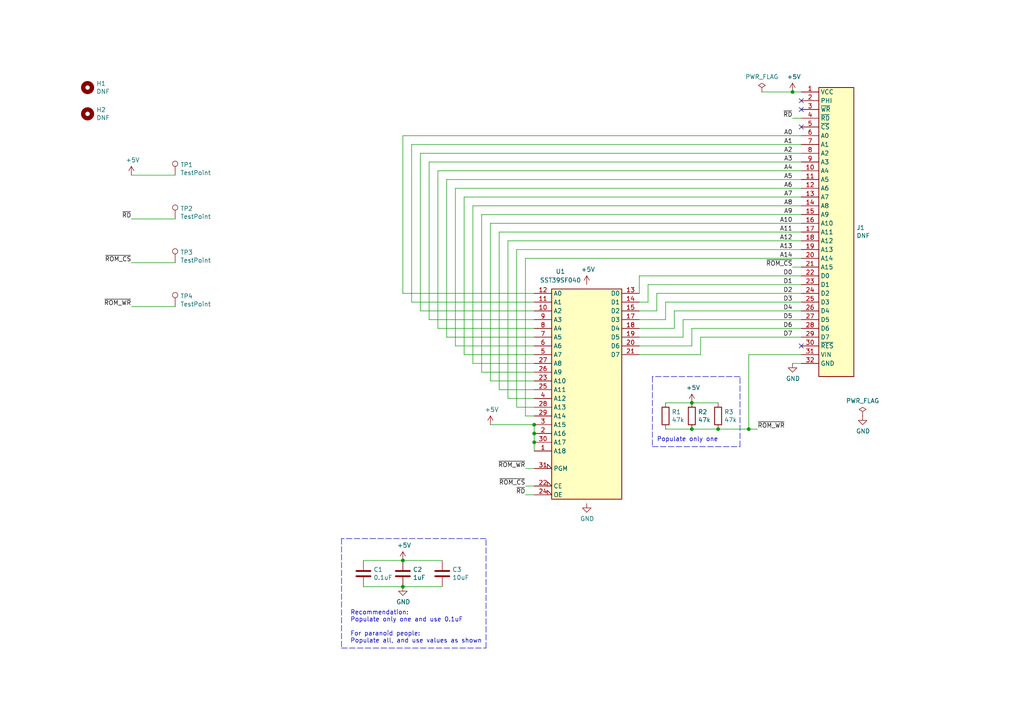
<source format=kicad_sch>
(kicad_sch (version 20211123) (generator eeschema)
  (paper "A4")
  (title_block (title "GB-CART32K-A") (rev "v1.1") (company "https://gekkio.fi"))
  (lib_symbols
    (symbol "Connector:TestPoint" (pin_numbers hide) (pin_names (offset 0.762) hide)
      (property "Reference" "TP" (at 0 6.858 0))
      (property "Value" "TestPoint" (at 0 5.08 0))
      (symbol "TestPoint_0_1"
        (circle (center 0 3.302) (radius 0.762))
      )
      (symbol "TestPoint_1_1"
        (pin passive line (at 0 0 90) (length 2.54) (name "1") (number "1"))
      )
    )
    (symbol "Device:C" (pin_numbers hide) (pin_names (offset 0.254))
      (property "Reference" "C" (at 0.635 2.54 0))
      (property "Value" "C" (at 0.635 -2.54 0))
      (symbol "C_0_1"
        (polyline (pts (xy -2.032 -0.762) (xy 2.032 -0.762)) (stroke (width 0.508)))
        (polyline (pts (xy -2.032 0.762) (xy 2.032 0.762)) (stroke (width 0.508)))
      )
      (symbol "C_1_1"
        (pin passive line (at 0 3.81 270) (length 2.794) (name "~") (number "1"))
        (pin passive line (at 0 -3.81 90) (length 2.794) (name "~") (number "2"))
      )
    )
    (symbol "Device:R" (pin_numbers hide) (pin_names (offset 0))
      (property "Reference" "R" (at 2.032 0 90))
      (property "Value" "R" (at 0 0 90))
      (symbol "R_0_1"
        (rectangle (start -1.016 -2.54) (end 1.016 2.54) (stroke (width 0.254)))
      )
      (symbol "R_1_1"
        (pin passive line (at 0 3.81 270) (length 1.27) (name "~") (number "1"))
        (pin passive line (at 0 -3.81 90) (length 1.27) (name "~") (number "2"))
      )
    )
    (symbol "Gekkio_Connector_Specialized:GameBoy_Cartridge"
      (property "Reference" "J" (at -2.54 43.18 0))
      (property "Value" "GameBoy_Cartridge" (at -2.54 -43.18 0))
      (symbol "GameBoy_Cartridge_0_1"
        (rectangle (start -5.08 41.91) (end 5.08 -41.91) (stroke (width 0.254)) (fill (type background)))
      )
      (symbol "GameBoy_Cartridge_1_1"
        (pin passive line (at -10.16 40.64 0) (length 5.08) (name "VCC") (number "1"))
        (pin passive line (at -10.16 17.78 0) (length 5.08) (name "A4") (number "10"))
        (pin passive line (at -10.16 15.24 0) (length 5.08) (name "A5") (number "11"))
        (pin passive line (at -10.16 12.7 0) (length 5.08) (name "A6") (number "12"))
        (pin passive line (at -10.16 10.16 0) (length 5.08) (name "A7") (number "13"))
        (pin passive line (at -10.16 7.62 0) (length 5.08) (name "A8") (number "14"))
        (pin passive line (at -10.16 5.08 0) (length 5.08) (name "A9") (number "15"))
        (pin passive line (at -10.16 2.54 0) (length 5.08) (name "A10") (number "16"))
        (pin passive line (at -10.16 0 0) (length 5.08) (name "A11") (number "17"))
        (pin passive line (at -10.16 -2.54 0) (length 5.08) (name "A12") (number "18"))
        (pin passive line (at -10.16 -5.08 0) (length 5.08) (name "A13") (number "19"))
        (pin passive line (at -10.16 38.1 0) (length 5.08) (name "PHI") (number "2"))
        (pin passive line (at -10.16 -7.62 0) (length 5.08) (name "A14") (number "20"))
        (pin passive line (at -10.16 -10.16 0) (length 5.08) (name "A15") (number "21"))
        (pin passive line (at -10.16 -12.7 0) (length 5.08) (name "D0") (number "22"))
        (pin passive line (at -10.16 -15.24 0) (length 5.08) (name "D1") (number "23"))
        (pin passive line (at -10.16 -17.78 0) (length 5.08) (name "D2") (number "24"))
        (pin passive line (at -10.16 -20.32 0) (length 5.08) (name "D3") (number "25"))
        (pin passive line (at -10.16 -22.86 0) (length 5.08) (name "D4") (number "26"))
        (pin passive line (at -10.16 -25.4 0) (length 5.08) (name "D5") (number "27"))
        (pin passive line (at -10.16 -27.94 0) (length 5.08) (name "D6") (number "28"))
        (pin passive line (at -10.16 -30.48 0) (length 5.08) (name "D7") (number "29"))
        (pin passive line (at -10.16 35.56 0) (length 5.08) (name "~{WR}") (number "3"))
        (pin passive line (at -10.16 -33.02 0) (length 5.08) (name "~{RES}") (number "30"))
        (pin passive line (at -10.16 -35.56 0) (length 5.08) (name "VIN") (number "31"))
        (pin passive line (at -10.16 -38.1 0) (length 5.08) (name "GND") (number "32"))
        (pin passive line (at -10.16 33.02 0) (length 5.08) (name "~{RD}") (number "4"))
        (pin passive line (at -10.16 30.48 0) (length 5.08) (name "~{CS}") (number "5"))
        (pin passive line (at -10.16 27.94 0) (length 5.08) (name "A0") (number "6"))
        (pin passive line (at -10.16 25.4 0) (length 5.08) (name "A1") (number "7"))
        (pin passive line (at -10.16 22.86 0) (length 5.08) (name "A2") (number "8"))
        (pin passive line (at -10.16 20.32 0) (length 5.08) (name "A3") (number "9"))
      )
    )
    (symbol "Mechanical:MountingHole" (pin_names (offset 1.016))
      (property "Reference" "H" (at 0 5.08 0))
      (property "Value" "MountingHole" (at 0 3.175 0))
      (symbol "MountingHole_0_1"
        (circle (center 0 0) (radius 1.27) (stroke (width 1.27)))
      )
    )
    (symbol "Memory_Flash:SST39SF040"
      (property "Reference" "U" (at 2.54 33.02 0))
      (property "Value" "SST39SF040" (at 0 -30.48 0))
      (symbol "SST39SF040_0_0"
        (pin power_in line (at 0 -30.48 90) (length 1.27) hide (name "GND") (number "16"))
        (pin power_in line (at 0 33.02 270) (length 1.27) hide (name "VCC") (number "32"))
      )
      (symbol "SST39SF040_0_1"
        (rectangle (start -10.16 31.75) (end 10.16 -29.21) (stroke (width 0.254)) (fill (type background)))
      )
      (symbol "SST39SF040_1_1"
        (pin input line (at -15.24 -15.24 0) (length 5.08) (name "A18") (number "1"))
        (pin input line (at -15.24 25.4 0) (length 5.08) (name "A2") (number "10"))
        (pin input line (at -15.24 27.94 0) (length 5.08) (name "A1") (number "11"))
        (pin input line (at -15.24 30.48 0) (length 5.08) (name "A0") (number "12"))
        (pin tri_state line (at 15.24 30.48 180) (length 5.08) (name "D0") (number "13"))
        (pin tri_state line (at 15.24 27.94 180) (length 5.08) (name "D1") (number "14"))
        (pin tri_state line (at 15.24 25.4 180) (length 5.08) (name "D2") (number "15"))
        (pin tri_state line (at 15.24 22.86 180) (length 5.08) (name "D3") (number "17"))
        (pin tri_state line (at 15.24 20.32 180) (length 5.08) (name "D4") (number "18"))
        (pin tri_state line (at 15.24 17.78 180) (length 5.08) (name "D5") (number "19"))
        (pin input line (at -15.24 -10.16 0) (length 5.08) (name "A16") (number "2"))
        (pin tri_state line (at 15.24 15.24 180) (length 5.08) (name "D6") (number "20"))
        (pin tri_state line (at 15.24 12.7 180) (length 5.08) (name "D7") (number "21"))
        (pin input input_low (at -15.24 -25.4 0) (length 5.08) (name "CE") (number "22"))
        (pin input line (at -15.24 5.08 0) (length 5.08) (name "A10") (number "23"))
        (pin input input_low (at -15.24 -27.94 0) (length 5.08) (name "OE") (number "24"))
        (pin input line (at -15.24 2.54 0) (length 5.08) (name "A11") (number "25"))
        (pin input line (at -15.24 7.62 0) (length 5.08) (name "A9") (number "26"))
        (pin input line (at -15.24 10.16 0) (length 5.08) (name "A8") (number "27"))
        (pin input line (at -15.24 -2.54 0) (length 5.08) (name "A13") (number "28"))
        (pin input line (at -15.24 -5.08 0) (length 5.08) (name "A14") (number "29"))
        (pin input line (at -15.24 -7.62 0) (length 5.08) (name "A15") (number "3"))
        (pin input line (at -15.24 -12.7 0) (length 5.08) (name "A17") (number "30"))
        (pin input input_low (at -15.24 -20.32 0) (length 5.08) (name "PGM") (number "31"))
        (pin input line (at -15.24 0 0) (length 5.08) (name "A12") (number "4"))
        (pin input line (at -15.24 12.7 0) (length 5.08) (name "A7") (number "5"))
        (pin input line (at -15.24 15.24 0) (length 5.08) (name "A6") (number "6"))
        (pin input line (at -15.24 17.78 0) (length 5.08) (name "A5") (number "7"))
        (pin input line (at -15.24 20.32 0) (length 5.08) (name "A4") (number "8"))
        (pin input line (at -15.24 22.86 0) (length 5.08) (name "A3") (number "9"))
      )
    )
    (symbol "power:+5V" (power) (pin_names (offset 0))
      (property "Value" "+5V" (at 0 3.556 0))
      (symbol "+5V_0_1"
        (polyline (pts (xy -0.762 1.27) (xy 0 2.54)))
        (polyline (pts (xy 0 0) (xy 0 2.54)))
        (polyline (pts (xy 0 2.54) (xy 0.762 1.27)))
      )
      (symbol "+5V_1_1"
        (pin power_in line (at 0 0 90) (length 0) hide (name "+5V") (number "1"))
      )
    )
    (symbol "power:GND" (power) (pin_names (offset 0))
      (property "Value" "GND" (at 0 -3.81 0))
      (symbol "GND_0_1"
        (polyline (pts (xy 0 0) (xy 0 -1.27) (xy 1.27 -1.27) (xy 0 -2.54) (xy -1.27 -1.27) (xy 0 -1.27)))
      )
      (symbol "GND_1_1"
        (pin power_in line (at 0 0 270) (length 0) hide (name "GND") (number "1"))
      )
    )
    (symbol "power:PWR_FLAG" (power) (pin_numbers hide) (pin_names (offset 0) hide)
      (property "Value" "PWR_FLAG" (at 0 3.81 0))
      (symbol "PWR_FLAG_0_0"
        (pin power_out line (at 0 0 90) (length 0) (name "pwr") (number "1"))
      )
      (symbol "PWR_FLAG_0_1"
        (polyline (pts (xy 0 0) (xy 0 1.27) (xy -1.016 1.905) (xy 0 2.54) (xy 1.016 1.905) (xy 0 1.27)))
      )
    )
  )
  (junction (at 154.94 123.19))
  (junction (at 217.17 124.46))
  (junction (at 154.94 128.27))
  (junction (at 154.94 125.73))
  (junction (at 208.28 124.46))
  (junction (at 229.87 26.67))
  (junction (at 116.84 162.56))
  (junction (at 200.66 124.46))
  (junction (at 200.66 116.84))
  (junction (at 116.84 170.18))
  (no_connect (at 232.41 29.21))
  (no_connect (at 232.41 36.83))
  (no_connect (at 232.41 31.75))
  (no_connect (at 232.41 100.33))
  (wire (pts (xy 105.41 170.18) (xy 116.84 170.18)))
  (wire (pts (xy 198.12 92.71) (xy 198.12 97.79)))
  (wire (pts (xy 137.16 59.69) (xy 232.41 59.69)))
  (wire (pts (xy 232.41 92.71) (xy 198.12 92.71)))
  (wire (pts (xy 38.1 88.9) (xy 50.8 88.9)))
  (wire (pts (xy 154.94 85.09) (xy 116.84 85.09)))
  (wire (pts (xy 152.4 74.93) (xy 232.41 74.93)))
  (wire (pts (xy 208.28 124.46) (xy 217.17 124.46)))
  (wire (pts (xy 232.41 57.15) (xy 134.62 57.15)))
  (wire (pts (xy 198.12 97.79) (xy 185.42 97.79)))
  (wire (pts (xy 129.54 52.07) (xy 129.54 97.79)))
  (wire (pts (xy 229.87 34.29) (xy 232.41 34.29)))
  (wire (pts (xy 38.1 63.5) (xy 50.8 63.5)))
  (wire (pts (xy 152.4 143.51) (xy 154.94 143.51)))
  (wire (pts (xy 154.94 125.73) (xy 154.94 128.27)))
  (wire (pts (xy 203.2 97.79) (xy 203.2 102.87)))
  (wire (pts (xy 229.87 105.41) (xy 232.41 105.41)))
  (wire (pts (xy 154.94 115.57) (xy 147.32 115.57)))
  (wire (pts (xy 142.24 64.77) (xy 232.41 64.77)))
  (wire (pts (xy 154.94 100.33) (xy 132.08 100.33)))
  (wire (pts (xy 190.5 90.17) (xy 190.5 85.09)))
  (wire (pts (xy 200.66 100.33) (xy 200.66 95.25)))
  (wire (pts (xy 132.08 54.61) (xy 232.41 54.61)))
  (wire (pts (xy 144.78 113.03) (xy 144.78 67.31)))
  (wire (pts (xy 127 49.53) (xy 232.41 49.53)))
  (wire (pts (xy 232.41 41.91) (xy 119.38 41.91)))
  (wire (pts (xy 154.94 87.63) (xy 119.38 87.63)))
  (wire (pts (xy 152.4 135.89) (xy 154.94 135.89)))
  (polyline (pts (xy 189.23 109.22) (xy 189.23 129.54)))
  (wire (pts (xy 193.04 124.46) (xy 200.66 124.46)))
  (wire (pts (xy 149.86 118.11) (xy 149.86 72.39)))
  (wire (pts (xy 185.42 90.17) (xy 190.5 90.17)))
  (wire (pts (xy 127 49.53) (xy 127 95.25)))
  (wire (pts (xy 134.62 57.15) (xy 134.62 102.87)))
  (wire (pts (xy 200.66 124.46) (xy 208.28 124.46)))
  (wire (pts (xy 232.41 67.31) (xy 144.78 67.31)))
  (wire (pts (xy 105.41 162.56) (xy 116.84 162.56)))
  (wire (pts (xy 229.87 77.47) (xy 232.41 77.47)))
  (wire (pts (xy 203.2 102.87) (xy 185.42 102.87)))
  (wire (pts (xy 154.94 123.19) (xy 154.94 125.73)))
  (wire (pts (xy 154.94 128.27) (xy 154.94 130.81)))
  (wire (pts (xy 193.04 92.71) (xy 185.42 92.71)))
  (wire (pts (xy 187.96 87.63) (xy 185.42 87.63)))
  (wire (pts (xy 154.94 120.65) (xy 152.4 120.65)))
  (wire (pts (xy 121.92 44.45) (xy 232.41 44.45)))
  (wire (pts (xy 142.24 123.19) (xy 154.94 123.19)))
  (wire (pts (xy 200.66 116.84) (xy 193.04 116.84)))
  (wire (pts (xy 154.94 92.71) (xy 124.46 92.71)))
  (wire (pts (xy 116.84 170.18) (xy 128.27 170.18)))
  (wire (pts (xy 217.17 124.46) (xy 219.71 124.46)))
  (wire (pts (xy 116.84 39.37) (xy 232.41 39.37)))
  (wire (pts (xy 154.94 105.41) (xy 137.16 105.41)))
  (wire (pts (xy 154.94 95.25) (xy 127 95.25)))
  (wire (pts (xy 232.41 62.23) (xy 139.7 62.23)))
  (wire (pts (xy 185.42 85.09) (xy 185.42 80.01)))
  (wire (pts (xy 154.94 110.49) (xy 142.24 110.49)))
  (wire (pts (xy 139.7 62.23) (xy 139.7 107.95)))
  (wire (pts (xy 187.96 82.55) (xy 187.96 87.63)))
  (wire (pts (xy 208.28 116.84) (xy 200.66 116.84)))
  (wire (pts (xy 147.32 69.85) (xy 232.41 69.85)))
  (wire (pts (xy 193.04 87.63) (xy 193.04 92.71)))
  (wire (pts (xy 154.94 113.03) (xy 144.78 113.03)))
  (wire (pts (xy 195.58 95.25) (xy 195.58 90.17)))
  (wire (pts (xy 232.41 52.07) (xy 129.54 52.07)))
  (wire (pts (xy 185.42 80.01) (xy 232.41 80.01)))
  (wire (pts (xy 137.16 59.69) (xy 137.16 105.41)))
  (polyline (pts (xy 214.63 129.54) (xy 214.63 109.22)))
  (wire (pts (xy 124.46 46.99) (xy 124.46 92.71)))
  (wire (pts (xy 116.84 39.37) (xy 116.84 85.09)))
  (polyline (pts (xy 214.63 109.22) (xy 189.23 109.22)))
  (wire (pts (xy 232.41 97.79) (xy 203.2 97.79)))
  (wire (pts (xy 190.5 85.09) (xy 232.41 85.09)))
  (polyline (pts (xy 189.23 129.54) (xy 214.63 129.54)))
  (wire (pts (xy 38.1 50.8) (xy 50.8 50.8)))
  (wire (pts (xy 119.38 41.91) (xy 119.38 87.63)))
  (wire (pts (xy 154.94 107.95) (xy 139.7 107.95)))
  (wire (pts (xy 185.42 95.25) (xy 195.58 95.25)))
  (wire (pts (xy 220.98 26.67) (xy 229.87 26.67)))
  (wire (pts (xy 116.84 162.56) (xy 128.27 162.56)))
  (wire (pts (xy 232.41 102.87) (xy 217.17 102.87)))
  (wire (pts (xy 152.4 120.65) (xy 152.4 74.93)))
  (polyline (pts (xy 140.97 156.21) (xy 99.06 156.21)))
  (wire (pts (xy 232.41 46.99) (xy 124.46 46.99)))
  (wire (pts (xy 147.32 115.57) (xy 147.32 69.85)))
  (wire (pts (xy 154.94 97.79) (xy 129.54 97.79)))
  (wire (pts (xy 154.94 90.17) (xy 121.92 90.17)))
  (polyline (pts (xy 99.06 156.21) (xy 99.06 187.96)))
  (polyline (pts (xy 140.97 187.96) (xy 140.97 156.21)))
  (wire (pts (xy 154.94 102.87) (xy 134.62 102.87)))
  (wire (pts (xy 232.41 87.63) (xy 193.04 87.63)))
  (wire (pts (xy 185.42 100.33) (xy 200.66 100.33)))
  (wire (pts (xy 232.41 72.39) (xy 149.86 72.39)))
  (wire (pts (xy 195.58 90.17) (xy 232.41 90.17)))
  (wire (pts (xy 152.4 140.97) (xy 154.94 140.97)))
  (wire (pts (xy 132.08 54.61) (xy 132.08 100.33)))
  (polyline (pts (xy 99.06 187.96) (xy 140.97 187.96)))
  (wire (pts (xy 154.94 118.11) (xy 149.86 118.11)))
  (wire (pts (xy 232.41 82.55) (xy 187.96 82.55)))
  (wire (pts (xy 217.17 102.87) (xy 217.17 124.46)))
  (wire (pts (xy 200.66 95.25) (xy 232.41 95.25)))
  (wire (pts (xy 229.87 26.67) (xy 232.41 26.67)))
  (wire (pts (xy 142.24 110.49) (xy 142.24 64.77)))
  (wire (pts (xy 50.8 76.2) (xy 38.1 76.2)))
  (wire (pts (xy 121.92 44.45) (xy 121.92 90.17)))
  (text "Recommendation:\nPopulate only one and use 0.1uF\n\nFor paranoid people:\nPopulate all, and use values as shown" (at 101.6 186.69 0) (effects (font (size 1.27 1.27)) (justify left bottom)))
  (text "Populate only one" (at 190.5 128.27 0) (effects (font (size 1.27 1.27)) (justify left bottom)))
  (label "A11" (at 229.87 67.31 180))
  (label "A9" (at 229.87 62.23 180))
  (label "~{ROM_CS}" (at 229.87 77.47 180))
  (label "~{RD}" (at 152.4 143.51 180))
  (label "A3" (at 229.87 46.99 180))
  (label "A10" (at 229.87 64.77 180))
  (label "~{ROM_WR}" (at 38.1 88.9 180))
  (label "~{RD}" (at 38.1 63.5 180))
  (label "D5" (at 229.87 92.71 180))
  (label "~{ROM_WR}" (at 219.71 124.46 0))
  (label "D0" (at 229.87 80.01 180))
  (label "A4" (at 229.87 49.53 180))
  (label "A14" (at 229.87 74.93 180))
  (label "A6" (at 229.87 54.61 180))
  (label "D4" (at 229.87 90.17 180))
  (label "A1" (at 229.87 41.91 180))
  (label "A8" (at 229.87 59.69 180))
  (label "D6" (at 229.87 95.25 180))
  (label "D3" (at 229.87 87.63 180))
  (label "A5" (at 229.87 52.07 180))
  (label "A13" (at 229.87 72.39 180))
  (label "~{ROM_CS}" (at 38.1 76.2 180))
  (label "D2" (at 229.87 85.09 180))
  (label "~{ROM_CS}" (at 152.4 140.97 180))
  (label "D7" (at 229.87 97.79 180))
  (label "A12" (at 229.87 69.85 180))
  (label "A0" (at 229.87 39.37 180))
  (label "D1" (at 229.87 82.55 180))
  (label "A7" (at 229.87 57.15 180))
  (label "~{RD}" (at 229.87 34.29 180))
  (label "A2" (at 229.87 44.45 180))
  (label "~{ROM_WR}" (at 152.4 135.89 180))
  (symbol (lib_id "Memory_Flash:SST39SF040") (at 170.18 115.57 0) (unit 1)
    (property "Reference" "U1" (at 162.56 78.74 0))
    (property "Value" "SST39SF040" (at 162.56 81.28 0))
    (property "Footprint" "Package_LCC:PLCC-32_11.4x14.0mm_P1.27mm" (effects hide))
    (property "Datasheet" "http://ww1.microchip.com/downloads/en/DeviceDoc/25022B.pdf" (effects hide))
  )
  (symbol (lib_id "Gekkio_Connector_Specialized:GameBoy_Cartridge") (at 242.57 67.31 0) (unit 1)
    (property "Reference" "J1" (at 248.412 66.04 0) (effects (justify left)))
    (property "Value" "DNF" (at 248.412 68.3514 0) (effects (justify left)))
    (property "Footprint" "Gekkio_Connector_PCBEdge:GameBoy_Cartridge_1x32_P1.50mm_Edge" (effects hide))
  )
  (symbol (lib_id "Mechanical:MountingHole") (at 25.4 25.4 0) (unit 1)
    (property "Reference" "H1" (at 27.94 24.2316 0) (effects (justify left)))
    (property "Value" "DNF" (at 27.94 26.543 0) (effects (justify left)))
    (property "Footprint" "Gekkio_MountingHole:MountingHole_7.2mm" (effects hide))
  )
  (symbol (lib_id "Mechanical:MountingHole") (at 25.4 33.02 0) (unit 1)
    (property "Reference" "H2" (at 27.94 31.8516 0) (effects (justify left)))
    (property "Value" "DNF" (at 27.94 34.163 0) (effects (justify left)))
    (property "Footprint" "Gekkio_MountingHole:MountingHole_2.3mm" (effects hide))
  )
  (symbol (lib_id "power:PWR_FLAG") (at 220.98 26.67 0) (unit 1)
    (property "Reference" "#FLG0101" (effects hide))
    (property "Value" "PWR_FLAG" (at 220.98 22.2758 0))
  )
  (symbol (lib_id "power:PWR_FLAG") (at 250.19 120.65 0) (unit 1)
    (property "Reference" "#FLG0102" (effects hide))
    (property "Value" "PWR_FLAG" (at 250.19 116.2558 0))
  )
  (symbol (lib_id "power:GND") (at 250.19 120.65 0) (unit 1)
    (property "Reference" "#PWR0110" (effects hide))
    (property "Value" "GND" (at 250.317 125.0442 0))
  )
  (symbol (lib_id "power:+5V") (at 229.87 26.67 0) (unit 1)
    (property "Reference" "#PWR0101" (effects hide))
    (property "Value" "+5V" (at 230.251 22.2758 0))
  )
  (symbol (lib_id "power:+5V") (at 170.18 82.55 0) (unit 1)
    (property "Reference" "#PWR0102" (effects hide))
    (property "Value" "+5V" (at 170.561 78.1558 0))
  )
  (symbol (lib_id "power:GND") (at 170.18 146.05 0) (unit 1)
    (property "Reference" "#PWR0103" (effects hide))
    (property "Value" "GND" (at 170.307 150.4442 0))
  )
  (symbol (lib_id "power:GND") (at 229.87 105.41 0) (unit 1)
    (property "Reference" "#PWR0104" (effects hide))
    (property "Value" "GND" (at 229.997 109.8042 0))
  )
  (symbol (lib_id "Device:R") (at 193.04 120.65 0) (unit 1)
    (property "Reference" "R1" (at 194.818 119.4816 0) (effects (justify left)))
    (property "Value" "47k" (at 194.818 121.793 0) (effects (justify left)))
    (property "Footprint" "Resistor_SMD:R_0603_1608Metric" (effects hide))
  )
  (symbol (lib_id "Device:R") (at 200.66 120.65 0) (unit 1)
    (property "Reference" "R2" (at 202.438 119.4816 0) (effects (justify left)))
    (property "Value" "47k" (at 202.438 121.793 0) (effects (justify left)))
    (property "Footprint" "Resistor_SMD:R_0805_2012Metric" (effects hide))
  )
  (symbol (lib_id "Device:R") (at 208.28 120.65 0) (unit 1)
    (property "Reference" "R3" (at 210.058 119.4816 0) (effects (justify left)))
    (property "Value" "47k" (at 210.058 121.793 0) (effects (justify left)))
    (property "Footprint" "Resistor_SMD:R_1206_3216Metric" (effects hide))
  )
  (symbol (lib_id "power:+5V") (at 200.66 116.84 0) (unit 1)
    (property "Reference" "#PWR0105" (effects hide))
    (property "Value" "+5V" (at 201.041 112.4458 0))
  )
  (symbol (lib_id "power:+5V") (at 142.24 123.19 0) (unit 1)
    (property "Reference" "#PWR0106" (effects hide))
    (property "Value" "+5V" (at 142.621 118.7958 0))
  )
  (symbol (lib_id "Device:C") (at 105.41 166.37 0) (unit 1)
    (property "Reference" "C1" (at 108.331 165.2016 0) (effects (justify left)))
    (property "Value" "0.1uF" (at 108.331 167.513 0) (effects (justify left)))
    (property "Footprint" "Capacitor_SMD:C_0603_1608Metric" (effects hide))
  )
  (symbol (lib_id "Device:C") (at 116.84 166.37 0) (unit 1)
    (property "Reference" "C2" (at 119.761 165.2016 0) (effects (justify left)))
    (property "Value" "1uF" (at 119.761 167.513 0) (effects (justify left)))
    (property "Footprint" "Capacitor_SMD:C_0805_2012Metric" (effects hide))
  )
  (symbol (lib_id "Device:C") (at 128.27 166.37 0) (unit 1)
    (property "Reference" "C3" (at 131.191 165.2016 0) (effects (justify left)))
    (property "Value" "10uF" (at 131.191 167.513 0) (effects (justify left)))
    (property "Footprint" "Capacitor_SMD:C_1206_3216Metric" (effects hide))
  )
  (symbol (lib_id "power:+5V") (at 116.84 162.56 0) (unit 1)
    (property "Reference" "#PWR0107" (effects hide))
    (property "Value" "+5V" (at 117.221 158.1658 0))
  )
  (symbol (lib_id "power:GND") (at 116.84 170.18 0) (unit 1)
    (property "Reference" "#PWR0108" (effects hide))
    (property "Value" "GND" (at 116.967 174.5742 0))
  )
  (symbol (lib_id "Connector:TestPoint") (at 50.8 50.8 0) (unit 1)
    (property "Reference" "TP1" (at 52.2732 47.8028 0) (effects (justify left)))
    (property "Value" "TestPoint" (at 52.2732 50.1142 0) (effects (justify left)))
    (property "Footprint" "TestPoint:TestPoint_THTPad_D2.0mm_Drill1.0mm" (effects hide))
  )
  (symbol (lib_id "Connector:TestPoint") (at 50.8 63.5 0) (unit 1)
    (property "Reference" "TP2" (at 52.2732 60.5028 0) (effects (justify left)))
    (property "Value" "TestPoint" (at 52.2732 62.8142 0) (effects (justify left)))
    (property "Footprint" "TestPoint:TestPoint_THTPad_D2.0mm_Drill1.0mm" (effects hide))
  )
  (symbol (lib_id "Connector:TestPoint") (at 50.8 76.2 0) (unit 1)
    (property "Reference" "TP3" (at 52.2732 73.2028 0) (effects (justify left)))
    (property "Value" "TestPoint" (at 52.2732 75.5142 0) (effects (justify left)))
    (property "Footprint" "TestPoint:TestPoint_THTPad_D2.0mm_Drill1.0mm" (effects hide))
  )
  (symbol (lib_id "Connector:TestPoint") (at 50.8 88.9 0) (unit 1)
    (property "Reference" "TP4" (at 52.2732 85.9028 0) (effects (justify left)))
    (property "Value" "TestPoint" (at 52.2732 88.2142 0) (effects (justify left)))
    (property "Footprint" "TestPoint:TestPoint_THTPad_D2.0mm_Drill1.0mm" (effects hide))
  )
  (symbol (lib_id "power:+5V") (at 38.1 50.8 0) (unit 1)
    (property "Reference" "#PWR0109" (effects hide))
    (property "Value" "+5V" (at 38.481 46.4058 0))
  )
)
</source>
